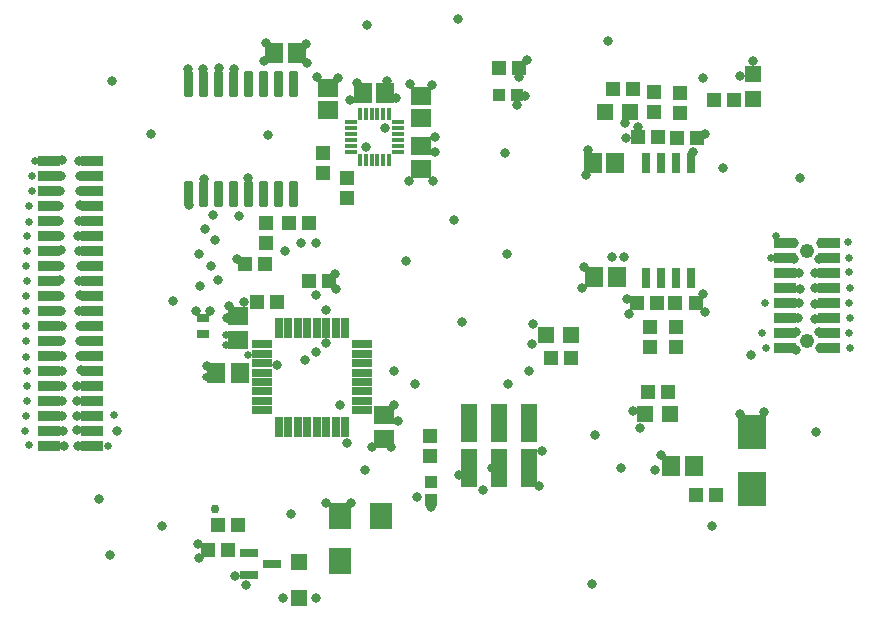
<source format=gbr>
G04 EAGLE Gerber RS-274X export*
G75*
%MOMM*%
%FSLAX34Y34*%
%LPD*%
%INSoldermask Top*%
%IPPOS*%
%AMOC8*
5,1,8,0,0,1.08239X$1,22.5*%
G01*
%ADD10R,1.503200X1.703200*%
%ADD11R,1.703200X1.503200*%
%ADD12R,1.903200X2.303200*%
%ADD13R,1.203200X1.303200*%
%ADD14R,1.303200X1.203200*%
%ADD15R,0.764000X1.664400*%
%ADD16C,0.349006*%
%ADD17R,0.463200X0.993200*%
%ADD18R,0.993200X0.463200*%
%ADD19R,1.703200X0.753200*%
%ADD20R,0.753200X1.703200*%
%ADD21R,1.803200X1.503200*%
%ADD22R,1.503200X1.803200*%
%ADD23R,1.003200X0.803200*%
%ADD24R,2.403200X3.003200*%
%ADD25C,1.223200*%
%ADD26R,1.879600X0.939800*%
%ADD27R,1.323200X1.443200*%
%ADD28R,1.633200X0.803200*%
%ADD29R,1.372000X3.282000*%
%ADD30R,1.003200X1.003200*%
%ADD31R,1.403200X1.403200*%
%ADD32C,0.813200*%
%ADD33C,0.663200*%
%ADD34C,0.763200*%


D10*
X677110Y286485D03*
X658110Y286485D03*
X675858Y382584D03*
X656858Y382584D03*
X387059Y475723D03*
X406059Y475723D03*
X461920Y442240D03*
X480920Y442240D03*
D11*
X511081Y377718D03*
X511081Y396718D03*
X432786Y446426D03*
X432786Y427426D03*
X511234Y439608D03*
X511234Y420608D03*
D12*
X477281Y83489D03*
X442281Y45489D03*
X442281Y83489D03*
D13*
X379455Y297422D03*
X362455Y297422D03*
X416200Y282673D03*
X433200Y282673D03*
X743733Y263934D03*
X726733Y263934D03*
X694295Y264127D03*
X711295Y264127D03*
X694981Y404400D03*
X711981Y404400D03*
X745142Y404081D03*
X728142Y404081D03*
D14*
X704893Y226633D03*
X704893Y243633D03*
X726877Y226642D03*
X726877Y243642D03*
X708398Y425639D03*
X708398Y442639D03*
X730571Y425294D03*
X730571Y442294D03*
X380271Y332097D03*
X380271Y315097D03*
D13*
X399561Y332095D03*
X416561Y332095D03*
D14*
X428155Y374088D03*
X428155Y391088D03*
X448712Y353321D03*
X448712Y370321D03*
D13*
X331091Y54828D03*
X348091Y54828D03*
D15*
X701648Y285201D03*
X714348Y285201D03*
X727048Y285201D03*
X739748Y285201D03*
X739748Y382801D03*
X727048Y382801D03*
X714348Y382801D03*
X701648Y382801D03*
D16*
X401250Y440035D02*
X401250Y459077D01*
X405692Y459077D01*
X405692Y440035D01*
X401250Y440035D01*
X401250Y443350D02*
X405692Y443350D01*
X405692Y446665D02*
X401250Y446665D01*
X401250Y449980D02*
X405692Y449980D01*
X405692Y453295D02*
X401250Y453295D01*
X401250Y456610D02*
X405692Y456610D01*
X388550Y459077D02*
X388550Y440035D01*
X388550Y459077D02*
X392992Y459077D01*
X392992Y440035D01*
X388550Y440035D01*
X388550Y443350D02*
X392992Y443350D01*
X392992Y446665D02*
X388550Y446665D01*
X388550Y449980D02*
X392992Y449980D01*
X392992Y453295D02*
X388550Y453295D01*
X388550Y456610D02*
X392992Y456610D01*
X375850Y459077D02*
X375850Y440035D01*
X375850Y459077D02*
X380292Y459077D01*
X380292Y440035D01*
X375850Y440035D01*
X375850Y443350D02*
X380292Y443350D01*
X380292Y446665D02*
X375850Y446665D01*
X375850Y449980D02*
X380292Y449980D01*
X380292Y453295D02*
X375850Y453295D01*
X375850Y456610D02*
X380292Y456610D01*
X363150Y459077D02*
X363150Y440035D01*
X363150Y459077D02*
X367592Y459077D01*
X367592Y440035D01*
X363150Y440035D01*
X363150Y443350D02*
X367592Y443350D01*
X367592Y446665D02*
X363150Y446665D01*
X363150Y449980D02*
X367592Y449980D01*
X367592Y453295D02*
X363150Y453295D01*
X363150Y456610D02*
X367592Y456610D01*
X350450Y459077D02*
X350450Y440035D01*
X350450Y459077D02*
X354892Y459077D01*
X354892Y440035D01*
X350450Y440035D01*
X350450Y443350D02*
X354892Y443350D01*
X354892Y446665D02*
X350450Y446665D01*
X350450Y449980D02*
X354892Y449980D01*
X354892Y453295D02*
X350450Y453295D01*
X350450Y456610D02*
X354892Y456610D01*
X337750Y459077D02*
X337750Y440035D01*
X337750Y459077D02*
X342192Y459077D01*
X342192Y440035D01*
X337750Y440035D01*
X337750Y443350D02*
X342192Y443350D01*
X342192Y446665D02*
X337750Y446665D01*
X337750Y449980D02*
X342192Y449980D01*
X342192Y453295D02*
X337750Y453295D01*
X337750Y456610D02*
X342192Y456610D01*
X325050Y459077D02*
X325050Y440035D01*
X325050Y459077D02*
X329492Y459077D01*
X329492Y440035D01*
X325050Y440035D01*
X325050Y443350D02*
X329492Y443350D01*
X329492Y446665D02*
X325050Y446665D01*
X325050Y449980D02*
X329492Y449980D01*
X329492Y453295D02*
X325050Y453295D01*
X325050Y456610D02*
X329492Y456610D01*
X312350Y459077D02*
X312350Y440035D01*
X312350Y459077D02*
X316792Y459077D01*
X316792Y440035D01*
X312350Y440035D01*
X312350Y443350D02*
X316792Y443350D01*
X316792Y446665D02*
X312350Y446665D01*
X312350Y449980D02*
X316792Y449980D01*
X316792Y453295D02*
X312350Y453295D01*
X312350Y456610D02*
X316792Y456610D01*
X312350Y365977D02*
X312350Y346935D01*
X312350Y365977D02*
X316792Y365977D01*
X316792Y346935D01*
X312350Y346935D01*
X312350Y350250D02*
X316792Y350250D01*
X316792Y353565D02*
X312350Y353565D01*
X312350Y356880D02*
X316792Y356880D01*
X316792Y360195D02*
X312350Y360195D01*
X312350Y363510D02*
X316792Y363510D01*
X325050Y365977D02*
X325050Y346935D01*
X325050Y365977D02*
X329492Y365977D01*
X329492Y346935D01*
X325050Y346935D01*
X325050Y350250D02*
X329492Y350250D01*
X329492Y353565D02*
X325050Y353565D01*
X325050Y356880D02*
X329492Y356880D01*
X329492Y360195D02*
X325050Y360195D01*
X325050Y363510D02*
X329492Y363510D01*
X337750Y365977D02*
X337750Y346935D01*
X337750Y365977D02*
X342192Y365977D01*
X342192Y346935D01*
X337750Y346935D01*
X337750Y350250D02*
X342192Y350250D01*
X342192Y353565D02*
X337750Y353565D01*
X337750Y356880D02*
X342192Y356880D01*
X342192Y360195D02*
X337750Y360195D01*
X337750Y363510D02*
X342192Y363510D01*
X350450Y365977D02*
X350450Y346935D01*
X350450Y365977D02*
X354892Y365977D01*
X354892Y346935D01*
X350450Y346935D01*
X350450Y350250D02*
X354892Y350250D01*
X354892Y353565D02*
X350450Y353565D01*
X350450Y356880D02*
X354892Y356880D01*
X354892Y360195D02*
X350450Y360195D01*
X350450Y363510D02*
X354892Y363510D01*
X363150Y365977D02*
X363150Y346935D01*
X363150Y365977D02*
X367592Y365977D01*
X367592Y346935D01*
X363150Y346935D01*
X363150Y350250D02*
X367592Y350250D01*
X367592Y353565D02*
X363150Y353565D01*
X363150Y356880D02*
X367592Y356880D01*
X367592Y360195D02*
X363150Y360195D01*
X363150Y363510D02*
X367592Y363510D01*
X375850Y365977D02*
X375850Y346935D01*
X375850Y365977D02*
X380292Y365977D01*
X380292Y346935D01*
X375850Y346935D01*
X375850Y350250D02*
X380292Y350250D01*
X380292Y353565D02*
X375850Y353565D01*
X375850Y356880D02*
X380292Y356880D01*
X380292Y360195D02*
X375850Y360195D01*
X375850Y363510D02*
X380292Y363510D01*
X388550Y365977D02*
X388550Y346935D01*
X388550Y365977D02*
X392992Y365977D01*
X392992Y346935D01*
X388550Y346935D01*
X388550Y350250D02*
X392992Y350250D01*
X392992Y353565D02*
X388550Y353565D01*
X388550Y356880D02*
X392992Y356880D01*
X392992Y360195D02*
X388550Y360195D01*
X388550Y363510D02*
X392992Y363510D01*
X401250Y365977D02*
X401250Y346935D01*
X401250Y365977D02*
X405692Y365977D01*
X405692Y346935D01*
X401250Y346935D01*
X401250Y350250D02*
X405692Y350250D01*
X405692Y353565D02*
X401250Y353565D01*
X401250Y356880D02*
X405692Y356880D01*
X405692Y360195D02*
X401250Y360195D01*
X401250Y363510D02*
X405692Y363510D01*
D17*
X459377Y384956D03*
X464377Y384956D03*
X469377Y384956D03*
X474377Y384956D03*
X479377Y384956D03*
X484377Y384956D03*
D18*
X491577Y392156D03*
X491577Y397156D03*
X491577Y402156D03*
X491577Y407156D03*
X491577Y412156D03*
X491577Y417156D03*
D17*
X484377Y424356D03*
X479377Y424356D03*
X474377Y424356D03*
X469377Y424356D03*
X464377Y424356D03*
X459377Y424356D03*
D18*
X452177Y417156D03*
X452177Y412156D03*
X452177Y407156D03*
X452177Y402156D03*
X452177Y397156D03*
X452177Y392156D03*
D19*
X376957Y229271D03*
X376957Y221271D03*
X376957Y213271D03*
X376957Y205271D03*
X376957Y197271D03*
X376957Y189271D03*
X376957Y181271D03*
X376957Y173271D03*
D20*
X390957Y159271D03*
X398957Y159271D03*
X406957Y159271D03*
X414957Y159271D03*
X422957Y159271D03*
X430957Y159271D03*
X438957Y159271D03*
X446957Y159271D03*
D19*
X460957Y173271D03*
X460957Y181271D03*
X460957Y189271D03*
X460957Y197271D03*
X460957Y205271D03*
X460957Y213271D03*
X460957Y221271D03*
X460957Y229271D03*
D20*
X446957Y243271D03*
X438957Y243271D03*
X430957Y243271D03*
X422957Y243271D03*
X414957Y243271D03*
X406957Y243271D03*
X398957Y243271D03*
X390957Y243271D03*
D21*
X480330Y169278D03*
X480330Y149278D03*
X356667Y233107D03*
X356667Y253107D03*
D22*
X357722Y204907D03*
X337722Y204907D03*
D23*
X326838Y237545D03*
X326838Y251545D03*
D13*
X372653Y265179D03*
X389653Y265179D03*
D24*
X791284Y154742D03*
X791284Y106742D03*
D22*
X742809Y126055D03*
X722809Y126055D03*
D13*
X760854Y101371D03*
X743854Y101371D03*
X594038Y463352D03*
X577038Y463352D03*
D14*
X519291Y151980D03*
X519291Y134980D03*
D25*
X838200Y232410D03*
X838200Y308610D03*
D26*
X196215Y143510D03*
X233045Y143510D03*
X196215Y156210D03*
X233045Y156210D03*
X196215Y168910D03*
X233045Y168910D03*
X196215Y181610D03*
X233045Y181610D03*
X196215Y194310D03*
X233045Y194310D03*
X196215Y207010D03*
X233045Y207010D03*
X196215Y219710D03*
X233045Y219710D03*
X196215Y232410D03*
X233045Y232410D03*
X196215Y245110D03*
X233045Y245110D03*
X196215Y257810D03*
X233045Y257810D03*
X196215Y270510D03*
X233045Y270510D03*
X196215Y283210D03*
X233045Y283210D03*
X196215Y295910D03*
X233045Y295910D03*
X196215Y308610D03*
X233045Y308610D03*
X196215Y321310D03*
X233045Y321310D03*
X196215Y334010D03*
X233045Y334010D03*
X196215Y346710D03*
X233045Y346710D03*
X196215Y359410D03*
X233045Y359410D03*
X196215Y372110D03*
X233045Y372110D03*
X196215Y384810D03*
X233045Y384810D03*
D27*
X408318Y14710D03*
X408318Y44710D03*
D13*
X339207Y75905D03*
X356207Y75905D03*
D28*
X366035Y52941D03*
X366035Y33941D03*
X385235Y43441D03*
D13*
X703567Y188953D03*
X720567Y188953D03*
X621115Y217887D03*
X638115Y217887D03*
X690747Y445363D03*
X673747Y445363D03*
X759021Y436424D03*
X776021Y436424D03*
D29*
X551632Y124800D03*
X551632Y162900D03*
X577032Y124800D03*
X577032Y162900D03*
X602432Y124800D03*
X602432Y162900D03*
D26*
X819785Y226060D03*
X856615Y226060D03*
X819785Y238760D03*
X856615Y238760D03*
X819785Y251460D03*
X856615Y251460D03*
X819785Y264160D03*
X856615Y264160D03*
X819785Y276860D03*
X856615Y276860D03*
X819785Y289560D03*
X856615Y289560D03*
X819785Y302260D03*
X856615Y302260D03*
X819785Y314960D03*
X856615Y314960D03*
D30*
X592462Y440436D03*
X577462Y440436D03*
X519430Y97402D03*
X519430Y112402D03*
D31*
X701208Y170434D03*
X722208Y170434D03*
X616880Y237490D03*
X637880Y237490D03*
X791972Y458048D03*
X791972Y437048D03*
X687918Y426212D03*
X666918Y426212D03*
D32*
X219621Y156253D03*
X482518Y452399D03*
X594147Y455722D03*
X378536Y469401D03*
X379618Y483929D03*
X438793Y288410D03*
X439102Y275736D03*
X355339Y301615D03*
X488484Y177578D03*
X543738Y118242D03*
X430821Y94646D03*
X451809Y95161D03*
X422163Y14308D03*
X672575Y302897D03*
X254005Y155958D03*
X490474Y438150D03*
X523240Y391922D03*
X523240Y404622D03*
X601218Y469900D03*
X491490Y164592D03*
X563372Y105918D03*
X394716Y14732D03*
X682752Y303022D03*
X320548Y257556D03*
X332740Y257556D03*
D33*
X346202Y228600D03*
X346202Y236982D03*
D32*
X485958Y141905D03*
X758012Y75252D03*
X207345Y385629D03*
X206612Y371698D03*
X205271Y359091D03*
X205092Y346483D03*
X205182Y333876D03*
X205808Y320821D03*
X206433Y308661D03*
X205940Y295660D03*
X205940Y283428D03*
X205808Y270302D03*
X206165Y257515D03*
X207149Y244461D03*
X206523Y232032D03*
X207417Y219335D03*
X207685Y206638D03*
X207596Y193852D03*
X207372Y181110D03*
X207654Y168626D03*
X208222Y155940D03*
X209105Y143350D03*
X220907Y143243D03*
X414083Y483661D03*
X415113Y467565D03*
X441208Y454318D03*
X456943Y450384D03*
X451132Y435898D03*
X339913Y462991D03*
X352609Y462544D03*
X326950Y462276D03*
X314165Y462455D03*
X314791Y346841D03*
X327218Y368837D03*
X364946Y369999D03*
X464365Y396678D03*
X501231Y367846D03*
X521158Y367101D03*
X520836Y448535D03*
X501988Y449280D03*
X348424Y261663D03*
X330164Y211235D03*
X322938Y48070D03*
X353605Y33029D03*
X611338Y109197D03*
X647641Y277008D03*
X649042Y294401D03*
X781217Y170622D03*
X801631Y171814D03*
X714873Y135196D03*
X448680Y145389D03*
X598932Y439674D03*
X690626Y172720D03*
X605282Y229108D03*
X519684Y91186D03*
X239014Y98552D03*
X292354Y75184D03*
X247904Y51054D03*
X401574Y85852D03*
X464058Y123190D03*
X546100Y247904D03*
X498602Y299720D03*
X539242Y334772D03*
X583692Y305308D03*
X658368Y152146D03*
X655828Y26670D03*
X845820Y155194D03*
X582168Y391414D03*
X542798Y504698D03*
X465328Y499872D03*
X282702Y406908D03*
X249682Y452120D03*
X381762Y406654D03*
X301244Y265938D03*
X481076Y412242D03*
X423164Y455168D03*
X592582Y431546D03*
X469392Y141986D03*
X508254Y100076D03*
X613918Y138684D03*
X363220Y25400D03*
X322326Y60452D03*
X605790Y246380D03*
X696976Y158750D03*
X709168Y122682D03*
X685292Y267462D03*
X687578Y255270D03*
X750316Y271780D03*
X751332Y256286D03*
X347218Y251206D03*
D33*
X329184Y201930D03*
X184404Y384810D03*
X181864Y371856D03*
X181610Y359156D03*
X179324Y345948D03*
X179070Y332994D03*
X178054Y320802D03*
X177927Y308229D03*
X176784Y295402D03*
X177292Y282702D03*
X176530Y269748D03*
X176530Y257556D03*
X176530Y244602D03*
X176403Y231775D03*
X176784Y218186D03*
X178054Y206502D03*
X177546Y193802D03*
X177292Y180848D03*
X176530Y168402D03*
X175768Y156210D03*
X178975Y144331D03*
X246126Y143510D03*
D32*
X849617Y314920D03*
X848037Y301264D03*
X845218Y289383D03*
X845111Y276507D03*
X845004Y263417D03*
X844735Y250273D03*
X848048Y239744D03*
X848851Y225878D03*
X652283Y394037D03*
X650867Y372146D03*
X684659Y403982D03*
X751973Y406958D03*
X741898Y392105D03*
X684022Y416814D03*
X781304Y456438D03*
X831850Y370332D03*
X669798Y485902D03*
X766572Y378206D03*
X790702Y220218D03*
X694944Y413004D03*
X791972Y469392D03*
D33*
X873760Y238760D03*
X874268Y226060D03*
X874268Y251206D03*
X873760Y264414D03*
X874522Y277114D03*
X873252Y290576D03*
X873252Y302006D03*
X872490Y315468D03*
D32*
X488806Y206334D03*
X603098Y206290D03*
X505758Y195988D03*
X585175Y195868D03*
X830949Y289919D03*
X749705Y454417D03*
X832129Y276078D03*
X396326Y308119D03*
X328384Y326927D03*
X222258Y371698D03*
X409876Y314609D03*
X422524Y314737D03*
X335029Y338825D03*
X221811Y384842D03*
X357378Y338074D03*
X361422Y265373D03*
X389047Y211861D03*
X223160Y295928D03*
X221336Y282730D03*
X422723Y222489D03*
X339535Y283713D03*
X220470Y320911D03*
X219933Y181423D03*
X827421Y315014D03*
D33*
X811784Y321056D03*
D32*
X831271Y263953D03*
D33*
X802386Y263906D03*
D32*
X830841Y251292D03*
X828450Y239843D03*
X829042Y224385D03*
D33*
X803656Y225806D03*
X799592Y239014D03*
D32*
X222731Y270606D03*
X222079Y257694D03*
X431231Y229932D03*
X333281Y295687D03*
X221811Y333965D03*
X219964Y194310D03*
X222347Y244371D03*
X222616Y232300D03*
X222705Y219156D03*
X223510Y207175D03*
X413251Y216263D03*
X323894Y278963D03*
X221632Y308214D03*
X422664Y270690D03*
X337225Y317555D03*
X222347Y358823D03*
X430988Y258067D03*
X323527Y305391D03*
X222347Y347020D03*
D34*
X336544Y89720D03*
D33*
X364490Y220472D03*
D32*
X571041Y124869D03*
X442356Y177971D03*
X680745Y124869D03*
X219978Y168771D03*
D33*
X251714Y169672D03*
D32*
X827408Y301615D03*
D33*
X807466Y302514D03*
M02*

</source>
